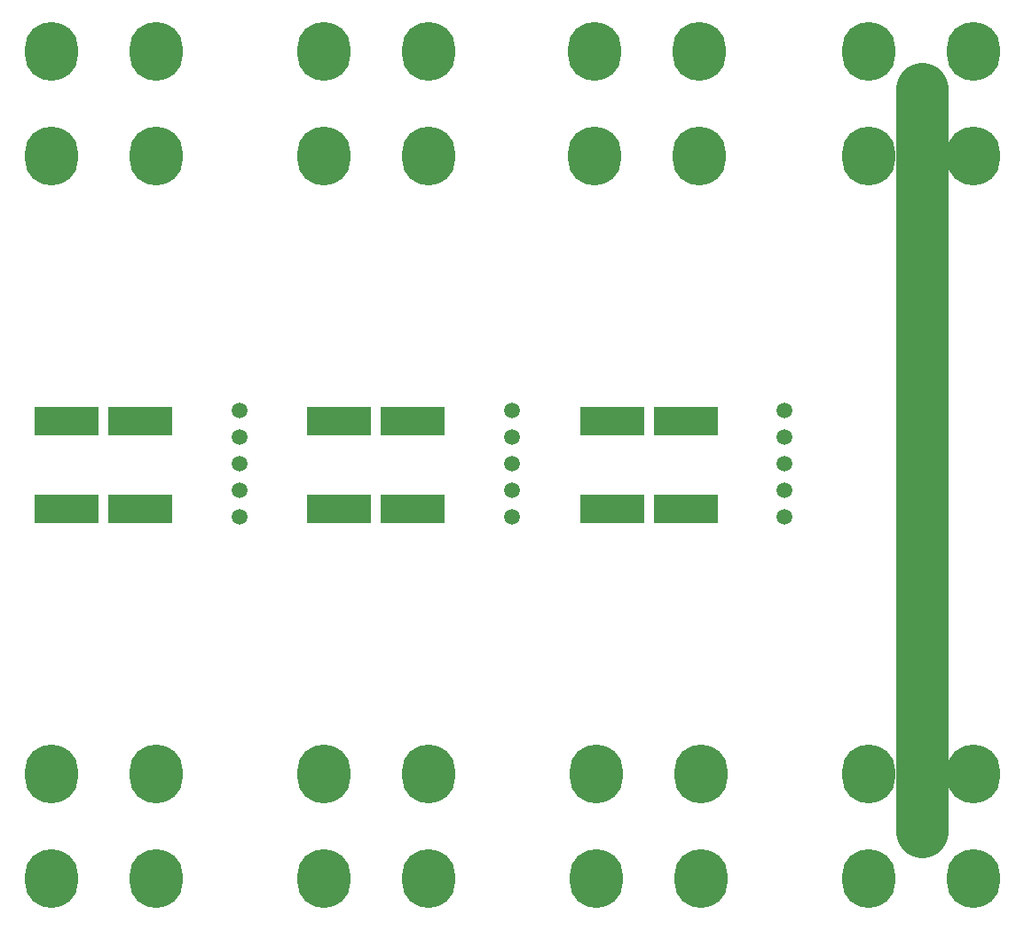
<source format=gbr>
%TF.GenerationSoftware,Altium Limited,Altium Designer,21.6.4 (81)*%
G04 Layer_Color=16711935*
%FSLAX43Y43*%
%MOMM*%
%TF.SameCoordinates,1AC814DF-7433-4E0E-8A45-847F92D72221*%
%TF.FilePolarity,Negative*%
%TF.FileFunction,Soldermask,Bot*%
%TF.Part,Single*%
G01*
G75*
%TA.AperFunction,NonConductor*%
%ADD46C,5.000*%
%TA.AperFunction,SMDPad,CuDef*%
%ADD47R,6.220X2.770*%
%TA.AperFunction,ComponentPad*%
%ADD48O,5.100X5.608*%
%ADD49C,1.520*%
D46*
X90075Y7950D02*
Y78950D01*
D47*
X41509Y38800D02*
D03*
Y47200D02*
D03*
X67544Y38800D02*
D03*
Y47200D02*
D03*
X60534D02*
D03*
Y38800D02*
D03*
X34499Y47200D02*
D03*
Y38800D02*
D03*
X15467Y47200D02*
D03*
Y38800D02*
D03*
X8482Y47200D02*
D03*
Y38800D02*
D03*
D48*
X7000Y3500D02*
D03*
X17000D02*
D03*
Y13500D02*
D03*
X7000D02*
D03*
X95000Y72500D02*
D03*
X85000D02*
D03*
Y82500D02*
D03*
X95000D02*
D03*
X68830Y72500D02*
D03*
X58830D02*
D03*
Y82500D02*
D03*
X68830D02*
D03*
X43000Y72500D02*
D03*
X33000D02*
D03*
Y82500D02*
D03*
X43000D02*
D03*
X17000Y72500D02*
D03*
X7000D02*
D03*
Y82500D02*
D03*
X17000D02*
D03*
X33000Y13500D02*
D03*
X43000D02*
D03*
Y3500D02*
D03*
X33000D02*
D03*
X85000Y13500D02*
D03*
X95000D02*
D03*
Y3500D02*
D03*
X85000D02*
D03*
X58986Y13500D02*
D03*
X68986D02*
D03*
Y3500D02*
D03*
X58986D02*
D03*
D49*
X77000Y38000D02*
D03*
Y40540D02*
D03*
Y43080D02*
D03*
Y45620D02*
D03*
Y48160D02*
D03*
X51000Y38000D02*
D03*
Y40540D02*
D03*
Y43080D02*
D03*
Y45620D02*
D03*
Y48160D02*
D03*
X25000Y38000D02*
D03*
Y40540D02*
D03*
Y43080D02*
D03*
Y45620D02*
D03*
Y48160D02*
D03*
%TF.MD5,8a9944c6c1a6b33cb03056fa3a03015a*%
M02*

</source>
